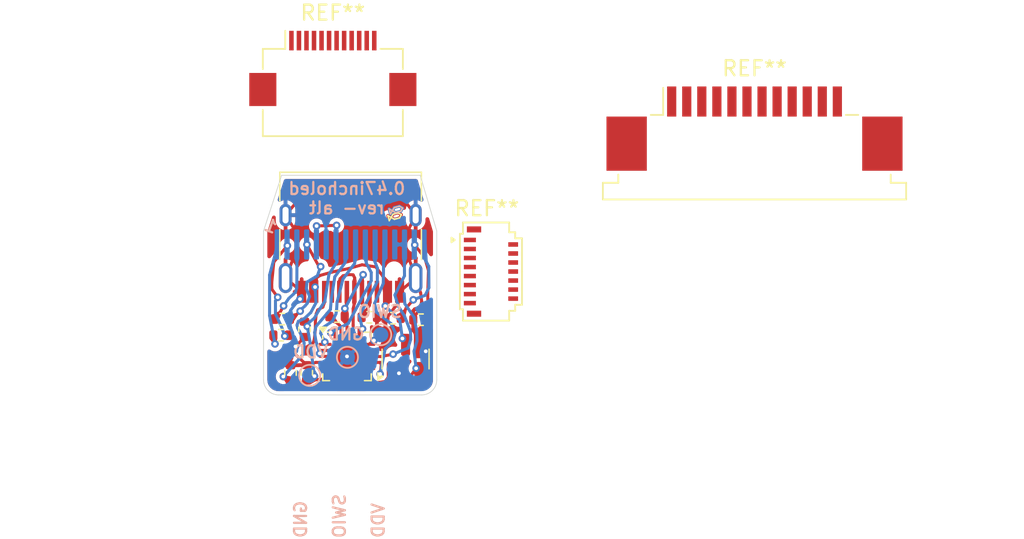
<source format=kicad_pcb>
(kicad_pcb (version 20240108) (generator "pcbnew") (generator_version "8.0")
  (layers (0 "F.Cu" signal) (31 "B.Cu" signal) (34 "B.Paste" user) (35 "F.Paste" user) (36 "B.SilkS" user "B.Silkscreen") (37 "F.SilkS" user "F.Silkscreen") (38 "B.Mask" user) (39 "F.Mask" user) (44 "Edge.Cuts" user))
  (net 0 "")
  (net 1 "VDD")
  (net 2 "GND")
  (net 3 "+5V")
  (net 4 "Net-(U1-VCC)")
  (net 5 "Net-(U1-C2N)")
  (net 6 "Net-(U1-C2P)")
  (net 7 "Net-(U1-C1P)")
  (net 8 "Net-(U1-C1N)")
  (net 9 "Net-(U1-VCOMH)")
  (net 10 "Net-(J2-CC2)")
  (net 11 "D+")
  (net 12 "D-")
  (net 13 "SBU1")
  (net 14 "Net-(J2-CC1)")
  (net 15 "SBU2")
  (net 16 "SWIO")
  (net 17 "DPU")
  (net 18 "SDA")
  (net 19 "CS")
  (net 20 "DC")
  (net 21 "RST")
  (net 22 "BS1")
  (net 23 "SCL")
  (footprint "Resistor_SMD:R_0402_1005Metric" (layer "F.Cu") (at 161.27 93.23 -90)
    (property "Reference" "C1" (hide yes))
    (property "Value" "1u")
    (pad "1" smd roundrect (at -0.51 0 270) (size 0.54 0.64) (layers "F.Cu" "F.Paste" "F.Mask") (net 2 "GND"))
    (pad "2" smd roundrect (at 0.51 0 270) (size 0.54 0.64) (layers "F.Cu" "F.Paste" "F.Mask") (net 1 "VDD"))
  )
  (footprint "Resistor_SMD:R_0402_1005Metric" (layer "F.Cu") (at 160.76 91.76 180)
    (property "Reference" "R4" (hide yes))
    (property "Value" "5.1k")
    (pad "1" smd roundrect (at -0.51 0 180) (size 0.54 0.64) (layers "F.Cu" "F.Paste" "F.Mask") (net 10 "Net-(J2-CC2)"))
    (pad "2" smd roundrect (at 0.51 0 180) (size 0.54 0.64) (layers "F.Cu" "F.Paste" "F.Mask") (net 2 "GND"))
  )
  (footprint "Resistor_SMD:R_0402_1005Metric" (layer "F.Cu") (at 160.19 93.24 -90)
    (property "Reference" "C3" (hide yes))
    (property "Value" "4.7u")
    (pad "1" smd roundrect (at -0.51 0 270) (size 0.54 0.64) (layers "F.Cu" "F.Paste" "F.Mask") (net 2 "GND"))
    (pad "2" smd roundrect (at 0.51 0 270) (size 0.54 0.64) (layers "F.Cu" "F.Paste" "F.Mask") (net 3 "+5V"))
  )
  (footprint "Resistor_SMD:R_0402_1005Metric" (layer "F.Cu") (at 165.42 89.54)
    (property "Reference" "R3" (hide yes))
    (property "Value" "5.1k")
    (pad "1" smd roundrect (at -0.51 0) (size 0.54 0.64) (layers "F.Cu" "F.Paste" "F.Mask") (net 14 "Net-(J2-CC1)"))
    (pad "2" smd roundrect (at 0.51 0) (size 0.54 0.64) (layers "F.Cu" "F.Paste" "F.Mask") (net 2 "GND"))
  )
  (footprint "Resistor_SMD:R_0402_1005Metric" (layer "F.Cu") (at 168.85 89.7 180)
    (property "Reference" "C7" (hide yes))
    (property "Value" "1u")
    (pad "1" smd roundrect (at -0.51 0 180) (size 0.54 0.64) (layers "F.Cu" "F.Paste" "F.Mask") (net 9 "Net-(U1-VCOMH)"))
    (pad "2" smd roundrect (at 0.51 0 180) (size 0.54 0.64) (layers "F.Cu" "F.Paste" "F.Mask") (net 2 "GND"))
  )
  (footprint "Resistor_SMD:R_0402_1005Metric" (layer "F.Cu") (at 159.64 89.66)
    (property "Reference" "C6" (hide yes))
    (property "Value" "1u")
    (pad "1" smd roundrect (at -0.51 0) (size 0.54 0.64) (layers "F.Cu" "F.Paste" "F.Mask") (net 7 "Net-(U1-C1P)"))
    (pad "2" smd roundrect (at 0.51 0) (size 0.54 0.64) (layers "F.Cu" "F.Paste" "F.Mask") (net 8 "Net-(U1-C1N)"))
  )
  (footprint "Resistor_SMD:R_0402_1005Metric" (layer "F.Cu") (at 159.56 90.73 180)
    (property "Reference" "C5" (hide yes))
    (property "Value" "1u")
    (pad "1" smd roundrect (at -0.51 0 180) (size 0.54 0.64) (layers "F.Cu" "F.Paste" "F.Mask") (net 5 "Net-(U1-C2N)"))
    (pad "2" smd roundrect (at 0.51 0 180) (size 0.54 0.64) (layers "F.Cu" "F.Paste" "F.Mask") (net 6 "Net-(U1-C2P)"))
  )
  (footprint "Resistor_SMD:R_0402_1005Metric" (layer "F.Cu") (at 161.12 90.34 90)
    (property "Reference" "C2" (hide yes))
    (property "Value" "1u")
    (pad "1" smd roundrect (at -0.51 0 90) (size 0.54 0.64) (layers "F.Cu" "F.Paste" "F.Mask") (net 2 "GND"))
    (pad "2" smd roundrect (at 0.51 0 90) (size 0.54 0.64) (layers "F.Cu" "F.Paste" "F.Mask") (net 1 "VDD"))
  )
  (footprint "Package_DFN_QFN:QFN-20-1EP_3x3mm_P0.4mm_EP1.65x1.65mm" (layer "F.Cu") (at 163.94 92.14)
    (property "Reference" "U2" (hide yes))
    (property "Value" "CH32V003F4U6")
    (pad "1" smd roundrect (at -1.45 -0.8) (size 0.85 0.2) (layers "F.Cu" "F.Paste" "F.Mask") (net 19 "CS"))
    (pad "2" smd roundrect (at -1.45 -0.4) (size 0.85 0.2) (layers "F.Cu" "F.Paste" "F.Mask") (net 22 "BS1"))
    (pad "3" smd roundrect (at -1.45 0) (size 0.85 0.2) (layers "F.Cu" "F.Paste" "F.Mask") (net 22 "BS1"))
    (pad "4" smd roundrect (at -1.45 0.4) (size 0.85 0.2) (layers "F.Cu" "F.Paste" "F.Mask") (net 2 "GND"))
    (pad "5" smd roundrect (at -1.45 0.8) (size 0.85 0.2) (layers "F.Cu" "F.Paste" "F.Mask"))
    (pad "6" smd roundrect (at -0.8 1.45) (size 0.2 0.85) (layers "F.Cu" "F.Paste" "F.Mask") (net 1 "VDD"))
    (pad "7" smd roundrect (at -0.4 1.45) (size 0.2 0.85) (layers "F.Cu" "F.Paste" "F.Mask"))
    (pad "8" smd roundrect (at 0 1.45) (size 0.2 0.85) (layers "F.Cu" "F.Paste" "F.Mask"))
    (pad "9" smd roundrect (at 0.4 1.45) (size 0.2 0.85) (layers "F.Cu" "F.Paste" "F.Mask"))
    (pad "10" smd roundrect (at 0.8 1.45) (size 0.2 0.85) (layers "F.Cu" "F.Paste" "F.Mask") (net 2 "GND"))
    (pad "11" smd roundrect (at 1.45 0.8) (size 0.85 0.2) (layers "F.Cu" "F.Paste" "F.Mask") (net 2 "GND"))
    (pad "12" smd roundrect (at 1.45 0.4) (size 0.85 0.2) (layers "F.Cu" "F.Paste" "F.Mask") (net 23 "SCL"))
    (pad "13" smd roundrect (at 1.45 0) (size 0.85 0.2) (layers "F.Cu" "F.Paste" "F.Mask") (net 18 "SDA"))
    (pad "14" smd roundrect (at 1.45 -0.4) (size 0.85 0.2) (layers "F.Cu" "F.Paste" "F.Mask"))
    (pad "15" smd roundrect (at 1.45 -0.8) (size 0.85 0.2) (layers "F.Cu" "F.Paste" "F.Mask") (net 16 "SWIO"))
    (pad "16" smd roundrect (at 0.8 -1.45) (size 0.2 0.85) (layers "F.Cu" "F.Paste" "F.Mask") (net 20 "DC"))
    (pad "17" smd roundrect (at 0.4 -1.45) (size 0.2 0.85) (layers "F.Cu" "F.Paste" "F.Mask") (net 11 "D+"))
    (pad "18" smd roundrect (at 0 -1.45) (size 0.2 0.85) (layers "F.Cu" "F.Paste" "F.Mask") (net 12 "D-"))
    (pad "19" smd roundrect (at -0.4 -1.45) (size 0.2 0.85) (layers "F.Cu" "F.Paste" "F.Mask") (net 17 "DPU"))
    (pad "20" smd roundrect (at -0.8 -1.45) (size 0.2 0.85) (layers "F.Cu" "F.Paste" "F.Mask") (net 21 "RST"))
    (pad "21" smd rect (at 0 0) (size 1.65 1.65) (property pad_prop_heatsink) (layers "F.Cu" "F.Mask") (net 2 "GND"))
  )
  (footprint "Package_TO_SOT_SMD:SOT-23" (layer "F.Cu") (at 167.83 92.3125 90)
    (property "Reference" "U3" (hide yes))
    (property "Value" "XC6206P332MR-G")
    (pad "1" smd roundrect (at -0.9375 -0.95 90) (size 1.475 0.6) (layers "F.Cu" "F.Paste" "F.Mask") (net 2 "GND"))
    (pad "2" smd roundrect (at -0.9375 0.95 90) (size 1.475 0.6) (layers "F.Cu" "F.Paste" "F.Mask") (net 1 "VDD"))
    (pad "3" smd roundrect (at 0.9375 0 90) (size 1.475 0.6) (layers "F.Cu" "F.Paste" "F.Mask") (net 3 "+5V"))
  )
  (footprint "Connector_FFC-FPC:Hirose_FH26-15S-0.3SHW_2Rows-15Pins-1MP_P0.60mm_Horizontal" (layer "F.Cu") (at 173.5 86.5)
    (property "Reference" "REF**" (at -0.27 -4.2 0) (layer "F.SilkS"))
    (property "Value" "Hirose_FH26-15S-0.3SHW_2Rows-15Pins-1MP_P0.60mm_Horizontal")
    (pad "1" smd rect (at -1.4 -2.1) (size 0.8 0.3) (layers "F.Cu" "F.Paste" "F.Mask"))
    (pad "2" smd rect (at 1.475 -1.8) (size 0.65 0.3) (layers "F.Cu" "F.Paste" "F.Mask"))
    (pad "3" smd rect (at -1.4 -1.5) (size 0.8 0.3) (layers "F.Cu" "F.Paste" "F.Mask"))
    (pad "4" smd rect (at 1.475 -1.2) (size 0.65 0.3) (layers "F.Cu" "F.Paste" "F.Mask"))
    (pad "5" smd rect (at -1.4 -0.9) (size 0.8 0.3) (layers "F.Cu" "F.Paste" "F.Mask"))
    (pad "6" smd rect (at 1.475 -0.6) (size 0.65 0.3) (layers "F.Cu" "F.Paste" "F.Mask"))
    (pad "7" smd rect (at -1.4 -0.3) (size 0.8 0.3) (layers "F.Cu" "F.Paste" "F.Mask"))
    (pad "8" smd rect (at 1.475 0) (size 0.65 0.3) (layers "F.Cu" "F.Paste" "F.Mask"))
    (pad "9" smd rect (at -1.4 0.3) (size 0.8 0.3) (layers "F.Cu" "F.Paste" "F.Mask"))
    (pad "10" smd rect (at 1.475 0.6) (size 0.65 0.3) (layers "F.Cu" "F.Paste" "F.Mask"))
    (pad "11" smd rect (at -1.4 0.9) (size 0.8 0.3) (layers "F.Cu" "F.Paste" "F.Mask"))
    (pad "12" smd rect (at 1.475 1.2) (size 0.65 0.3) (layers "F.Cu" "F.Paste" "F.Mask"))
    (pad "13" smd rect (at -1.4 1.5) (size 0.8 0.3) (layers "F.Cu" "F.Paste" "F.Mask"))
    (pad "14" smd rect (at 1.475 1.8) (size 0.65 0.3) (layers "F.Cu" "F.Paste" "F.Mask"))
    (pad "15" smd rect (at -1.4 2.1) (size 0.8 0.3) (layers "F.Cu" "F.Paste" "F.Mask"))
    (pad "MP" smd rect (at -1.125 -2.8) (size 0.95 0.4) (layers "F.Cu" "F.Paste" "F.Mask"))
    (pad "MP" smd rect (at -1.125 2.8) (size 0.95 0.4) (layers "F.Cu" "F.Paste" "F.Mask"))
  )
  (footprint "Connector_FFC-FPC:Hirose_FH12-12S-0.5SH_1x12-1MP_P0.50mm_Horizontal" (layer "F.Cu") (at 163 73)
    (property "Reference" "REF**" (at 0 -3.7 0) (layer "F.SilkS"))
    (property "Value" "Hirose_FH12-12S-0.5SH_1x12-1MP_P0.50mm_Horizontal")
    (pad "1" smd rect (at -2.75 -1.85) (size 0.3 1.3) (layers "F.Cu" "F.Paste" "F.Mask"))
    (pad "2" smd rect (at -2.25 -1.85) (size 0.3 1.3) (layers "F.Cu" "F.Paste" "F.Mask"))
    (pad "3" smd rect (at -1.75 -1.85) (size 0.3 1.3) (layers "F.Cu" "F.Paste" "F.Mask"))
    (pad "4" smd rect (at -1.25 -1.85) (size 0.3 1.3) (layers "F.Cu" "F.Paste" "F.Mask"))
    (pad "5" smd rect (at -0.75 -1.85) (size 0.3 1.3) (layers "F.Cu" "F.Paste" "F.Mask"))
    (pad "6" smd rect (at -0.25 -1.85) (size 0.3 1.3) (layers "F.Cu" "F.Paste" "F.Mask"))
    (pad "7" smd rect (at 0.25 -1.85) (size 0.3 1.3) (layers "F.Cu" "F.Paste" "F.Mask"))
    (pad "8" smd rect (at 0.75 -1.85) (size 0.3 1.3) (layers "F.Cu" "F.Paste" "F.Mask"))
    (pad "9" smd rect (at 1.25 -1.85) (size 0.3 1.3) (layers "F.Cu" "F.Paste" "F.Mask"))
    (pad "10" smd rect (at 1.75 -1.85) (size 0.3 1.3) (layers "F.Cu" "F.Paste" "F.Mask"))
    (pad "11" smd rect (at 2.25 -1.85) (size 0.3 1.3) (layers "F.Cu" "F.Paste" "F.Mask"))
    (pad "12" smd rect (at 2.75 -1.85) (size 0.3 1.3) (layers "F.Cu" "F.Paste" "F.Mask"))
    (pad "MP" smd rect (at -4.65 1.4) (size 1.8 2.2) (layers "F.Cu" "F.Paste" "F.Mask"))
    (pad "MP" smd rect (at 4.65 1.4) (size 1.8 2.2) (layers "F.Cu" "F.Paste" "F.Mask"))
  )
  (footprint "Resistor_SMD:R_0402_1005Metric" (layer "F.Cu") (at 163.28 89.49)
    (property "Reference" "R5" (hide yes))
    (property "Value" "1.5k")
    (pad "1" smd roundrect (at -0.51 0) (size 0.54 0.64) (layers "F.Cu" "F.Paste" "F.Mask") (net 17 "DPU"))
    (pad "2" smd roundrect (at 0.51 0) (size 0.54 0.64) (layers "F.Cu" "F.Paste" "F.Mask") (net 12 "D-"))
  )
  (footprint "Connector_FFC-FPC:TE_1-84952-2_1x12-1MP_P1.0mm_Horizontal" (layer "F.Cu") (at 191 77)
    (property "Reference" "REF**" (at 0 -4 0) (layer "F.SilkS"))
    (property "Value" "TE_1-84952-2_1x12-1MP_P1.0mm_Horizontal")
    (pad "1" smd rect (at -5.5 -1.8) (size 0.61 2) (layers "F.Cu" "F.Paste" "F.Mask"))
    (pad "2" smd rect (at -4.5 -1.8) (size 0.61 2) (layers "F.Cu" "F.Paste" "F.Mask"))
    (pad "3" smd rect (at -3.5 -1.8) (size 0.61 2) (layers "F.Cu" "F.Paste" "F.Mask"))
    (pad "4" smd rect (at -2.5 -1.8) (size 0.61 2) (layers "F.Cu" "F.Paste" "F.Mask"))
    (pad "5" smd rect (at -1.5 -1.8) (size 0.61 2) (layers "F.Cu" "F.Paste" "F.Mask"))
    (pad "6" smd rect (at -0.5 -1.8) (size 0.61 2) (layers "F.Cu" "F.Paste" "F.Mask"))
    (pad "7" smd rect (at 0.5 -1.8) (size 0.61 2) (layers "F.Cu" "F.Paste" "F.Mask"))
    (pad "8" smd rect (at 1.5 -1.8) (size 0.61 2) (layers "F.Cu" "F.Paste" "F.Mask"))
    (pad "9" smd rect (at 2.5 -1.8) (size 0.61 2) (layers "F.Cu" "F.Paste" "F.Mask"))
    (pad "10" smd rect (at 3.5 -1.8) (size 0.61 2) (layers "F.Cu" "F.Paste" "F.Mask"))
    (pad "11" smd rect (at 4.5 -1.8) (size 0.61 2) (layers "F.Cu" "F.Paste" "F.Mask"))
    (pad "12" smd rect (at 5.5 -1.8) (size 0.61 2) (layers "F.Cu" "F.Paste" "F.Mask"))
    (pad "MP" smd rect (at -8.49 1) (size 2.68 3.6) (layers "F.Cu" "F.Paste" "F.Mask"))
    (pad "MP" smd rect (at 8.49 1) (size 2.68 3.6) (layers "F.Cu" "F.Paste" "F.Mask"))
  )
  (footprint "Resistor_SMD:R_0402_1005Metric" (layer "F.Cu") (at 167 89.6 180)
    (property "Reference" "C4" (hide yes))
    (property "Value" "1u")
    (pad "1" smd roundrect (at -0.51 0 180) (size 0.54 0.64) (layers "F.Cu" "F.Paste" "F.Mask") (net 4 "Net-(U1-VCC)"))
    (pad "2" smd roundrect (at 0.51 0 180) (size 0.54 0.64) (layers "F.Cu" "F.Paste" "F.Mask") (net 2 "GND"))
  )
  (footprint "Connector_USB:USB_C_Receptacle_HRO_TYPE-C-31-M-12" (layer "F.Cu") (at 164.18 83.8 180)
    (property "Reference" "J2" (hide yes))
    (property "Value" "USB_C_Receptacle_USB2.0")
    (pad "" np_thru_hole circle (at -2.89 -2.6 180) (size 0.65 0.65) (drill 0.65) (layers "*.Cu" "*.Mask"))
    (pad "" np_thru_hole circle (at 2.89 -2.6 180) (size 0.65 0.65) (drill 0.65) (layers "*.Cu" "*.Mask"))
    (pad "A1" smd rect (at -3.25 -4.045 180) (size 0.6 1.45) (layers "F.Cu" "F.Paste" "F.Mask") (net 2 "GND"))
    (pad "A4" smd rect (at -2.45 -4.045 180) (size 0.6 1.45) (layers "F.Cu" "F.Paste" "F.Mask") (net 3 "+5V"))
    (pad "A5" smd rect (at -1.25 -4.045 180) (size 0.3 1.45) (layers "F.Cu" "F.Paste" "F.Mask") (net 14 "Net-(J2-CC1)"))
    (pad "A6" smd rect (at -0.25 -4.045 180) (size 0.3 1.45) (layers "F.Cu" "F.Paste" "F.Mask") (net 11 "D+"))
    (pad "A7" smd rect (at 0.25 -4.045 180) (size 0.3 1.45) (layers "F.Cu" "F.Paste" "F.Mask") (net 12 "D-"))
    (pad "A8" smd rect (at 1.25 -4.045 180) (size 0.3 1.45) (layers "F.Cu" "F.Paste" "F.Mask") (net 13 "SBU1"))
    (pad "A9" smd rect (at 2.45 -4.045 180) (size 0.6 1.45) (layers "F.Cu" "F.Paste" "F.Mask") (net 3 "+5V"))
    (pad "A12" smd rect (at 3.25 -4.045 180) (size 0.6 1.45) (layers "F.Cu" "F.Paste" "F.Mask") (net 2 "GND"))
    (pad "B1" smd rect (at 3.25 -4.045 180) (size 0.6 1.45) (layers "F.Cu" "F.Paste" "F.Mask") (net 2 "GND"))
    (pad "B4" smd rect (at 2.45 -4.045 180) (size 0.6 1.45) (layers "F.Cu" "F.Paste" "F.Mask") (net 3 "+5V"))
    (pad "B5" smd rect (at 1.749999 -4.045 180) (size 0.3 1.45) (layers "F.Cu" "F.Paste" "F.Mask") (net 10 "Net-(J2-CC2)"))
    (pad "B6" smd rect (at 0.75 -4.045 180) (size 0.3 1.45) (layers "F.Cu" "F.Paste" "F.Mask") (net 11 "D+"))
    (pad "B7" smd rect (at -0.75 -4.045 180) (size 0.3 1.45) (layers "F.Cu" "F.Paste" "F.Mask") (net 12 "D-"))
    (pad "B8" smd rect (at -1.749999 -4.045 180) (size 0.3 1.45) (layers "F.Cu" "F.Paste" "F.Mask") (net 15 "SBU2"))
    (pad "B9" smd rect (at -2.45 -4.045 180) (size 0.6 1.45) (layers "F.Cu" "F.Paste" "F.Mask") (net 3 "+5V"))
    (pad "B12" smd rect (at -3.25 -4.045 180) (size 0.6 1.45) (layers "F.Cu" "F.Paste" "F.Mask") (net 2 "GND"))
    (pad "S1" thru_hole oval (at -4.32 -3.130001 180) (size 0.9 2) (drill oval 0.5 1.6) (layers "*.Cu" "*.Mask") (net 2 "GND"))
    (pad "S1" thru_hole oval (at -4.32 1.05 180) (size 0.8 1.5) (drill oval 0.4 1.1) (layers "*.Cu" "*.Mask") (net 2 "GND"))
    (pad "S1" thru_hole oval (at 4.32 -3.130001 180) (size 0.9 2) (drill oval 0.5 1.6) (layers "*.Cu" "*.Mask") (net 2 "GND"))
    (pad "S1" thru_hole oval (at 4.32 1.05 180) (size 0.8 1.5) (drill oval 0.4 1.1) (layers "*.Cu" "*.Mask") (net 2 "GND"))
  )
  (footprint "cnhardware:P0.65mm_16_pin_OLED_FLEX_CONTACT" (layer "B.Cu") (at 169.06 88.6 -90)
    (property "Reference" "U1" (hide yes))
    (property "Value" "~")
    (pad "1" smd roundrect (at -3.9 9.75 270) (size 2 0.35) (layers "B.Cu" "B.Paste" "B.Mask") (net 6 "Net-(U1-C2P)"))
    (pad "2" smd roundrect (at -3.9 9.1 270) (size 2 0.35) (layers "B.Cu" "B.Paste" "B.Mask") (net 5 "Net-(U1-C2N)"))
    (pad "3" smd roundrect (at -3.9 8.45 270) (size 2 0.35) (layers "B.Cu" "B.Paste" "B.Mask") (net 7 "Net-(U1-C1P)"))
    (pad "4" smd roundrect (at -3.9 7.8 270) (size 2 0.35) (layers "B.Cu" "B.Paste" "B.Mask") (net 8 "Net-(U1-C1N)"))
    (pad "5" smd roundrect (at -3.9 7.15 270) (size 2 0.35) (layers "B.Cu" "B.Paste" "B.Mask") (net 1 "VDD"))
    (pad "6" smd roundrect (at -3.9 6.5 270) (size 2 0.35) (layers "B.Cu" "B.Paste" "B.Mask") (net 2 "GND"))
    (pad "7" smd roundrect (at -3.9 5.85 270) (size 2 0.35) (layers "B.Cu" "B.Paste" "B.Mask") (net 1 "VDD"))
    (pad "8" smd roundrect (at -3.9 5.2 270) (size 2 0.35) (layers "B.Cu" "B.Paste" "B.Mask") (net 22 "BS1"))
    (pad "9" smd roundrect (at -3.9 4.55 270) (size 2 0.35) (layers "B.Cu" "B.Paste" "B.Mask") (net 19 "CS"))
    (pad "10" smd roundrect (at -3.9 3.9 270) (size 2 0.35) (layers "B.Cu" "B.Paste" "B.Mask") (net 21 "RST"))
    (pad "11" smd roundrect (at -3.9 3.25 270) (size 2 0.35) (layers "B.Cu" "B.Paste" "B.Mask") (net 20 "DC"))
    (pad "12" smd roundrect (at -3.9 2.6 270) (size 2 0.35) (layers "B.Cu" "B.Paste" "B.Mask") (net 23 "SCL"))
    (pad "13" smd roundrect (at -3.9 1.95 270) (size 2 0.35) (layers "B.Cu" "B.Paste" "B.Mask") (net 18 "SDA"))
    (pad "14" smd roundrect (at -3.9 1.3 270) (size 2 0.35) (layers "B.Cu" "B.Paste" "B.Mask") (net 18 "SDA"))
    (pad "15" smd roundrect (at -3.9 0.65 270) (size 2 0.35) (layers "B.Cu" "B.Paste" "B.Mask") (net 9 "Net-(U1-VCOMH)"))
    (pad "16" smd roundrect (at -3.9 0 270) (size 2 0.35) (layers "B.Cu" "B.Paste" "B.Mask") (net 4 "Net-(U1-VCC)"))
  )
  (footprint "TestPoint:TestPoint_Pad_D1.0mm" (layer "B.Cu") (at 161.46 93.4 180)
    (property "Reference" "TP3" (hide yes))
    (property "Value" "VDD" (at -0.05 1.56 180) (layer "B.SilkS") (effects (font (size 0.8 0.8)) (justify mirror)))
    (pad "1" smd circle (at 0 0 180) (size 1 1) (layers "B.Cu" "B.Mask") (net 1 "VDD"))
  )
  (footprint "TestPoint:TestPoint_Pad_D1.0mm" (layer "B.Cu") (at 166.18 90.7 180)
    (property "Reference" "TP2" (hide yes))
    (property "Value" "SWIO" (at 0.05 1.54 0) (layer "B.SilkS") (effects (font (size 0.8 0.8)) (justify mirror)))
    (pad "1" smd circle (at 0 0 180) (size 1 1) (layers "B.Cu" "B.Mask") (net 16 "SWIO"))
  )
  (footprint "TestPoint:TestPoint_Pad_D1.0mm" (layer "B.Cu") (at 163.97 92.2 180)
    (property "Reference" "TP1" (hide yes))
    (property "Value" "GND" (at 0.1 1.55 180) (layer "B.SilkS") (effects (font (size 0.8 0.8)) (justify mirror)))
    (pad "1" smd circle (at 0 0 180) (size 1 1) (layers "B.Cu" "B.Mask") (net 2 "GND"))
  )
  (gr_line (start 167.510753 82.494246) (end 167.169247 82.585753) (stroke (width 0.1)) (layer "B.SilkS"))
  (gr_line (start 167.169247 82.585753) (end 166.736232 82.335753) (stroke (width 0.1)) (layer "B.SilkS"))
  (gr_line (start 167.07774 82.244246) (end 167.419247 82.15274) (stroke (width 0.1)) (layer "B.SilkS"))
  (gr_line (start 167.419247 82.15274) (end 167.635753 82.27774) (stroke (width 0.1)) (layer "B.SilkS"))
  (gr_line (start 166.82774 82.677259) (end 167.07774 82.244246) (stroke (width 0.1)) (layer "B.SilkS"))
  (gr_line (start 167.635753 82.27774) (end 167.510753 82.494246) (stroke (width 0.1)) (layer "B.SilkS"))
  (gr_line (start 166.736232 82.335753) (end 166.82774 82.677259) (stroke (width 0.1)) (layer "B.SilkS"))
  (gr_line (start 167.428157 82.937307) (end 167.553157 82.720801) (stroke (width 0.1)) (layer "F.SilkS"))
  (gr_line (start 166.745143 83.120319) (end 166.653637 82.778814) (stroke (width 0.1)) (layer "F.SilkS"))
  (gr_line (start 166.995144 82.687307) (end 166.745143 83.120319) (stroke (width 0.1)) (layer "F.SilkS"))
  (gr_line (start 166.653637 82.778814) (end 167.08665 83.028814) (stroke (width 0.1)) (layer "F.SilkS"))
  (gr_line (start 167.08665 83.028814) (end 167.428157 82.937307) (stroke (width 0.1)) (layer "F.SilkS"))
  (gr_line (start 167.553157 82.720801) (end 167.33665 82.595801) (stroke (width 0.1)) (layer "F.SilkS"))
  (gr_line (start 167.33665 82.595801) (end 166.995144 82.687307) (stroke (width 0.1)) (layer "F.SilkS"))
  (gr_arc (start 169.9 93.7) (mid 169.607107 94.407107) (end 168.9 94.7) (stroke (width 0.05)) (layer "Edge.Cuts"))
  (gr_arc (start 159.4 94.7) (mid 158.692893 94.407107) (end 158.4 93.7) (stroke (width 0.05)) (layer "Edge.Cuts"))
  (gr_line (start 159.6 80.1) (end 158.4 83.8) (stroke (width 0.05)) (layer "Edge.Cuts"))
  (gr_line (start 168.8 80.1) (end 159.6 80.1) (stroke (width 0.05)) (layer "Edge.Cuts"))
  (gr_line (start 158.4 83.8) (end 158.4 93.7) (stroke (width 0.05)) (layer "Edge.Cuts"))
  (gr_line (start 168.9 94.7) (end 159.4 94.7) (stroke (width 0.05)) (layer "Edge.Cuts"))
  (gr_line (start 169.9 83.8) (end 168.8 80.1) (stroke (width 0.05)) (layer "Edge.Cuts"))
  (gr_line (start 169.9 83.8) (end 169.9 93.7) (stroke (width 0.05)) (layer "Edge.Cuts"))
  (gr_text "GND\n\nSWIO\n\nVDD" (at 166.48 104.29 90) (layer "B.SilkS") (effects (font (size 0.8 0.8) (thickness 0.15) (bold yes)) (justify right bottom mirror)))
  (gr_text "0.47incholed\nrev- alt" (at 163.93 82.74 0) (layer "B.SilkS") (effects (font (size 0.8 0.8) (thickness 0.15) (bold yes)) (justify bottom mirror)))
  (gr_text "1" (at 159.17 84.08 340) (layer "B.SilkS") (effects (font (size 0.8 0.8) (thickness 0.15) (bold yes)) (justify left bottom mirror)))
  (segment (start 166.995144 82.687307) (end 167.33665 82.595801) (width 0.2) (layer "F.Cu") (net 0))
  (segment (start 167.553157 82.720801) (end 167.33665 82.595801) (width 0.2) (layer "F.Cu") (net 0))
  (segment (start 166.653637 82.778814) (end 166.745143 83.120319) (width 0.2) (layer "F.Cu") (net 0))
  (segment (start 167.08665 83.028814) (end 166.653637 82.778814) (width 0.2) (layer "F.Cu") (net 0))
  (segment (start 167.553157 82.720801) (end 167.428157 82.937307) (width 0.2) (layer "F.Cu") (net 0))
  (segment (start 167.428157 82.937307) (end 167.08665 83.028814) (width 0.2) (layer "F.Cu") (net 0))
  (segment (start 166.745143 83.120319) (end 166.995144 82.687307) (width 0.2) (layer "F.Cu") (net 0))
  (segment (start 166.736232 82.335753) (end 167.169247 82.585753) (width 0.2) (layer "B.Cu") (net 0))
  (segment (start 167.635753 82.27774) (end 167.510753 82.494246) (width 0.2) (layer "B.Cu") (net 0))
  (segment (start 167.419247 82.15274) (end 167.07774 82.244246) (width 0.2) (layer "B.Cu") (net 0))
  (segment (start 167.169247 82.585753) (end 167.510753 82.494246) (width 0.2) (layer "B.Cu") (net 0))
  (segment (start 166.82774 82.677259) (end 166.736232 82.335753) (width 0.2) (layer "B.Cu") (net 0))
  (segment (start 167.635753 82.27774) (end 167.419247 82.15274) (width 0.2) (layer "B.Cu") (net 0))
  (segment (start 167.07774 82.244246) (end 166.82774 82.677259) (width 0.2) (layer "B.Cu") (net 0))
  (segment (start 167.67 94.15) (end 167.27 94.25) (width 0.2) (layer "F.Cu") (net 1))
  (segment (start 167.27 94.25) (end 166.95 94.3) (width 0.2) (layer "F.Cu") (net 1))
  (segment (start 165.2 94.35) (end 163.3 94.35) (width 0.2) (layer "F.Cu") (net 1))
  (segment (start 163.3 94.35) (end 163.15 94.15) (width 0.2) (layer "F.Cu") (net 1))
  (segment (start 161.27 93.74) (end 161.88 93.69107) (width 0.2) (layer "F.Cu") (net 1))
  (segment (start 168.53 92.93) (end 167.67 94.15) (width 0.2) (layer "F.Cu") (net 1))
  (segment (start 163.15 94.15) (end 163.14 93.59) (width 0.2) (layer "F.Cu") (net 1))
  (segment (start 161.78 93.45) (end 161.88 93.69107) (width 0.2) (layer "F.Cu") (net 1))
  (segment (start 161.88 93.69107) (end 163.14 93.59) (width 0.2) (layer "F.Cu") (net 1))
  (segment (start 166.95 94.3) (end 165.2 94.35) (width 0.2) (layer "F.Cu") (net 1))
  (segment (start 161.29 89.67) (end 161.3 90.14) (width 0.2) (layer "F.Cu") (net 1))
  (segment (start 168.78 93.25) (end 168.53 92.93) (width 0.2) (layer "F.Cu") (net 1))
  (segment (start 161.92 83.47) (end 163.25 83.43) (width 0.2) (layer "F.Cu") (net 1))
  (via (at 163.25 83.43) (size 0.5) (drill 0.25) (layers "F.Cu" "B.Cu") (net 1))
  (via (at 161.3 90.14) (size 0.5) (drill 0.25) (layers "F.Cu" "B.Cu") (net 1))
  (via (at 161.78 93.45) (size 0.5) (drill 0.25) (layers "F.Cu" "B.Cu") (net 1))
  (via (at 161.92 83.47) (size 0.5) (drill 0.25) (layers "F.Cu" "B.Cu") (net 1))
  (via (at 168.53 92.93) (size 0.5) (drill 0.25) (layers "F.Cu" "B.Cu") (net 1))
  (segment (start 162.74 86.69) (end 163.28 85.84) (width 0.2) (layer "B.Cu") (net 1))
  (segment (start 161.88 83.85) (end 161.92 83.47) (width 0.2) (layer "B.Cu") (net 1))
  (segment (start 162.47 88.47) (end 162.74 86.69) (width 0.2) (layer "B.Cu") (net 1))
  (segment (start 168.57 90.46) (end 168.59 91.12) (width 0.2) (layer "B.Cu") (net 1))
  (segment (start 163.28 85.84) (end 163.21 84.7) (width 0.2) (layer "B.Cu") (net 1))
  (segment (start 168.57 90.46) (end 168.4 89.54) (width 0.2) (layer "B.Cu") (net 1))
  (segment (start 161.77 89.6) (end 161.43 89.88) (width 0.2) (layer "B.Cu") (net 1))
  (segment (start 168.59 91.12) (end 168.39 91.8) (width 0.2) (layer "B.Cu") (net 1))
  (segment (start 161.43 89.88) (end 161.3 90.14) (width 0.2) (layer "B.Cu") (net 1))
  (segment (start 162.04 89.13) (end 161.77 89.6) (width 0.2) (layer "B.Cu") (net 1))
  (segment (start 167.78 88.64) (end 167.74 87.97) (width 0.2) (layer "B.Cu") (net 1))
  (segment (start 161.91 84.7) (end 161.88 83.85) (width 0.2) (layer "B.Cu") (net 1))
  (segment (start 162.47 88.47) (end 162.04 89.13) (width 0.2) (layer "B.Cu") (net 1))
  (segment (start 161.47 91.1) (end 161.78 93.45) (width 0.2) (layer "B.Cu") (net 1))
  (segment (start 168.39 91.8) (end 168.53 92.93) (width 0.2) (layer "B.Cu") (net 1))
  (segment (start 161.3 90.14) (end 161.47 91.1) (width 0.2) (layer "B.Cu") (net 1))
  (segment (start 163.25 83.43) (end 163.21 84.7) (width 0.2) (layer "B.Cu") (net 1))
  (segment (start 168.4 89.54) (end 167.78 88.64) (width 0.2) (layer "B.Cu") (net 1))
  (segment (start 167.33 88.66) (end 167.43 87.845) (width 0.2) (layer "F.Cu") (net 2))
  (segment (start 168.5 86.930001) (end 168.02 85.54) (width 0.2) (layer "F.Cu") (net 2))
  (segment (start 164.74 93.59) (end 164.75 92.94) (width 0.2) (layer "F.Cu") (net 2))
  (segment (start 161.29 90.69) (end 160.52109 91.48109) (width 0.2) (layer "F.Cu") (net 2))
  (segment (start 159.86 86.930001) (end 160.46 85.41) (width 0.2) (layer "F.Cu") (net 2))
  (segment (start 167.83 84.1) (end 168.5 82.75) (width 0.2) (layer "F.Cu") (net 2))
  (segment (start 160.46 85.41) (end 160.63 84.53) (width 0.2) (layer "F.Cu") (net 2))
  (segment (start 160.19 92.73) (end 160.25 91.76) (width 0.2) (layer "F.Cu") (net 2))
  (segment (start 165.9 93.89) (end 166.47 93.81) (width 0.2) (layer "F.Cu") (net 2))
  (segment (start 160.81 81.62) (end 163.86 81.1) (width 0.2) (layer "F.Cu") (net 2))
  (segment (start 168.32 89.6) (end 168.76 89.05) (width 0.2) (layer "F.Cu") (net 2))
  (segment (start 160.63 84.53) (end 160.38 83.57) (width 0.2) (layer "F.Cu") (net 2))
  (segment (start 164.74 93.59) (end 165.5 93.75) (width 0.2) (layer "F.Cu") (net 2))
  (segment (start 167.43 87.845) (end 168.5 86.930001) (width 0.2) (layer "F.Cu") (net 2))
  (segment (start 163.94 92.14) (end 163.33 92.54) (width 0.2) (layer "F.Cu") (net 2))
  (segment (start 167.74 84.67) (end 167.83 84.1) (width 0.2) (layer "F.Cu") (net 2))
  (segment (start 160.38 83.57) (end 159.86 82.75) (width 0.2) (layer "F.Cu") (net 2))
  (segment (start 161.87 92.54) (end 161.27 92.72) (width 0.2) (layer "F.Cu") (net 2))
  (segment (start 160.25 91.76) (end 161.27 92.72) (width 0.2) (layer "F.Cu") (net 2))
  (segment (start 164.53 92.71) (end 164.75 92.94) (width 0.2) (layer "F.Cu") (net 2))
  (segment (start 167.44 81.38) (end 168.5 82.75) (width 0.2) (layer "F.Cu") (net 2))
  (segment (start 167.08 88.91) (end 167.33 88.66) (width 0.2) (layer "F.Cu") (net 2))
  (segment (start 167.39 93.26) (end 166.88 93.25) (width 0.2) (layer "F.Cu") (net 2))
  (segment (start 166.47 93.81) (end 166.88 93.25) (width 0.2) (layer "F.Cu") (net 2))
  (segment (start 166.55 89.64) (end 167.08 88.91) (width 0.2) (layer "F.Cu") (net 2))
  (segment (start 160.93 87.845) (end 160.82 88.33) (width 0.2) (layer "F.Cu") (net 2))
  (segment (start 163.86 81.1) (end 166.26 81.31) (width 0.2) (layer "F.Cu") (net 2))
  (segment (start 166.26 81.31) (end 167.44 81.38) (width 0.2) (layer "F.Cu") (net 2))
  (segment (start 168.83 87.92) (end 168.5 86.930001) (width 0.2) (layer "F.Cu") (net 2))
  (segment (start 168.9 88.49) (end 168.83 87.92) (width 0.2) (layer "F.Cu") (net 2))
  (segment (start 168.02 85.54) (end 167.74 84.67) (width 0.2) (layer "F.Cu") (net 2))
  (segment (start 168.76 89.05) (end 168.9 88.49) (width 0.2) (layer "F.Cu") (net 2))
  (segment (start 163.33 92.54) (end 162.49 92.54) (width 0.2) (layer "F.Cu") (net 2))
  (segment (start 165.5 93.75) (end 165.9 93.89) (width 0.2) (layer "F.Cu") (net 2))
  (segment (start 165.39 92.94) (end 164.75 92.94) (width 0.2) (layer "F.Cu") (net 2))
  (segment (start 162.49 92.54) (end 161.87 92.54) (width 0.2) (layer "F.Cu") (net 2))
  (segment (start 159.86 82.75) (end 160.81 81.62) (width 0.2) (layer "F.Cu") (net 2))
  (segment (start 160.52109 91.48109) (end 160.25 91.76) (width 0.2) (layer "F.Cu") (net 2))
  (segment (start 166 89.54) (end 166.55 89.64) (width 0.2) (layer "F.Cu") (net 2))
  (segment (start 166.55 89.64) (end 165.94 89.54) (width 0.2) (layer "F.Cu") (net 2))
  (segment (start 160.93 87.845) (end 159.86 86.930001) (width 0.2) (layer "F.Cu") (net 2))
  (segment (start 163.94 92.14) (end 164.53 92.71) (width 0.2) (layer "F.Cu") (net 2))
  (via (at 167.39 93.26) (size 0.5) (drill 0.25) (layers "F.Cu" "B.Cu") (net 2))
  (via (at 160.82 88.33) (size 0.5) (drill 0.25) (layers "F.Cu" "B.Cu") (net 2))
  (via (at 160.52109 91.48109) (size 0.5) (drill 0.25) (layers "F.Cu" "B.Cu") (net 2))
  (via (at 169.17 91.8) (size 0.5) (drill 0.25) (layers "F.Cu" "B.Cu") (net 2))
  (via (at 163.94 92.14) (size 0.5) (drill 0.25) (layers "F.Cu" "B.Cu") (net 2))
  (segment (start 162.55 83.6) (end 162.34 83.01) (width 0.2) (layer "B.Cu") (net 2))
  (segment (start 160.17 90.18) (end 160.32 90.55) (width 0.2) (layer "B.Cu") (net 2))
  (segment (start 163.97 92.2) (end 164.84 93.45) (width 0.2) (layer "B.Cu") (net 2))
  (segment (start 169.34 93.54) (end 169.17 91.8) (width 0.2) (layer "B.Cu") (net 2))
  (segment (start 162.56 84.7) (end 162.55 83.6) (width 0.2) (layer "B.Cu") (net 2))
  (segment (start 168.18 94.12) (end 169.34 93.54) (width 0.2) (layer "B.Cu") (net 2))
  (segment (start 164.84 93.45) (end 166.15 94.19) (width 0.2) (layer "B.Cu") (net 2))
  (segment (start 160.2 89.07) (end 160.03 89.48) (width 0.2) (layer "B.Cu") (net 2))
  (segment (start 167.25 94.152069) (end 168.18 94.12) (width 0.2) (layer "B.Cu") (net 2))
  (segment (start 160.32 90.55) (end 160.52109 91.48109) (width 0.2) (layer "B.Cu") (net 2))
  (segment (start 167.25 94.152069) (end 167.39 93.26) (width 0.2) (layer "B.Cu") (net 2))
  (segment (start 162.34 83.01) (end 161.81 82.71) (width 0.2) (layer "B.Cu") (net 2))
  (segment (start 160.82 88.33) (end 160.46 88.72) (width 0.2) (layer "B.Cu") (net 2))
  (segment (start 166.15 94.19) (end 167.25 94.152069) (width 0.2) (layer "B.Cu") (net 2))
  (segment (start 163.97 92.2) (end 163.94 92.14) (width 0.2) (layer "B.Cu") (net 2))
  (segment (start 161.81 82.71) (end 159.86 82.75) (width 0.2) (layer "B.Cu") (net 2))
  (segment (start 160.03 89.48) (end 160.17 90.18) (width 0.2) (layer "B.Cu") (net 2))
  (segment (start 160.46 88.72) (end 160.2 89.07) (width 0.2) (layer "B.Cu") (net 2))
  (segment (start 166.63 87.845) (end 166.48 88.79) (width 0.2) (layer "F.Cu") (net 3))
  (segment (start 161.8 86.99) (end 161.73 87.845) (width 0.2) (layer "F.Cu") (net 3))
  (segment (start 167.83 91.375) (end 167.62 90.95) (width 0.2) (layer "F.Cu") (net 3))
  (segment (start 164.01 86.31) (end 162.96 86.53) (width 0.2) (layer "F.Cu") (net 3))
  (segment (start 164.94 86.05) (end 164.01 86.31) (width 0.2) (layer "F.Cu") (net 3))
  (segment (start 160.19 93.75) (end 159.71 93.48) (width 0.2) (layer "F.Cu") (net 3))
  (segment (start 166.3 86.78) (end 165.85 86.19) (width 0.2) (layer "F.Cu") (net 3))
  (segment (start 161.73 87.845) (end 161.82 87.53) (width 0.2) (layer "F.Cu") (net 3))
  (segment (start 166.63 87.845) (end 166.48 87.09) (width 0.2) (layer "F.Cu") (net 3))
  (segment (start 162.96 86.53) (end 162.15 86.76) (width 0.2) (layer "F.Cu") (net 3))
  (segment (start 162.15 86.76) (end 161.8 86.99) (width 0.2) (layer "F.Cu") (net 3))
  (segment (start 166.48 87.09) (end 166.3 86.78) (width 0.2) (layer "F.Cu") (net 3))
  (segment (start 165.85 86.19) (end 164.94 86.05) (width 0.2) (layer "F.Cu") (net 3))
  (via (at 166.48 88.79) (size 0.5) (drill 0.25) (layers "F.Cu" "B.Cu") (net 3))
  (via (at 167.62 90.95) (size 0.5) (drill 0.25) (layers "F.Cu" "B.Cu") (net 3))
  (via (at 159.71 93.48) (size 0.5) (drill 0.25) (layers "F.Cu" "B.Cu") (net 3))
  (via (at 161.82 87.53) (size 0.5) (drill 0.25) (layers "F.Cu" "B.Cu") (net 3))
  (segment (start 161.53 89.23) (end 161.88 88.58) (width 0.2) (layer "B.Cu") (net 3))
  (segment (start 160.62 90.06) (end 160.71 89.81) (width 0.2) (layer "B.Cu") (net 3))
  (segment (start 167.62 90.95) (end 167.45 89.75) (width 0.2) (layer "B.Cu") (net 3))
  (segment (start 159.71 93.48) (end 161.04 91.99) (width 0.2) (layer "B.Cu") (net 3))
  (segment (start 161.1 89.63) (end 161.53 89.23) (width 0.2) (layer "B.Cu") (net 3))
  (segment (start 160.96 90.87) (end 160.82 90.55) (width 0.2) (layer "B.Cu") (net 3))
  (segment (start 160.71 89.81) (end 161.1 89.63) (width 0.2) (layer "B.Cu") (net 3))
  (segment (start 167.45 89.75) (end 166.48 88.79) (width 0.2) (layer "B.Cu") (net 3))
  (segment (start 160.67 90.27) (end 160.62 90.06) (width 0.2) (layer "B.Cu") (net 3))
  (segment (start 161.04 91.99) (end 161.095858 91.245823) (width 0.2) (layer "B.Cu") (net 3))
  (segment (start 160.82 90.55) (end 160.67 90.27) (width 0.2) (layer "B.Cu") (net 3))
  (segment (start 161.88 88.58) (end 161.82 87.53) (width 0.2) (layer "B.Cu") (net 3))
  (segment (start 161.095858 91.245823) (end 160.96 90.87) (width 0.2) (layer "B.Cu") (net 3))
  (segment (start 168.34 88.38) (end 167.86 88.93) (width 0.2) (layer "F.Cu") (net 4))
  (segment (start 167.86 88.93) (end 167.57 89.64) (width 0.2) (layer "F.Cu") (net 4))
  (via (at 168.34 88.38) (size 0.5) (drill 0.25) (layers "F.Cu" "B.Cu") (net 4))
  (segment (start 169.13 88.08) (end 169.38 87.57) (width 0.2) (layer "B.Cu") (net 4))
  (segment (start 168.34 88.38) (end 169.13 88.08) (width 0.2) (layer "B.Cu") (net 4))
  (segment (start 169.38 87.57) (end 169.37 86.16) (width 0.2) (layer "B.Cu") (net 4))
  (segment (start 169.15 85.74) (end 169.06 84.7) (width 0.2) (layer "B.Cu") (net 4))
  (segment (start 169.37 86.16) (end 169.15 85.74) (width 0.2) (layer "B.Cu") (net 4))
  (segment (start 159.34 88.21) (end 158.95 87.67) (width 0.2) (layer "F.Cu") (net 5))
  (segment (start 158.95 87.67) (end 158.94 87.27) (width 0.2) (layer "F.Cu") (net 5))
  (segment (start 160.07 90.73) (end 159.81 90.79) (width 0.2) (layer "F.Cu") (net 5))
  (segment (start 158.94 87.27) (end 159.08 85.87) (width 0.2) (layer "F.Cu") (net 5))
  (segment (start 159.08 85.87) (end 159.98 84.78) (width 0.2) (layer "F.Cu") (net 5))
  (via (at 159.98 84.78) (size 0.5) (drill 0.25) (layers "F.Cu" "B.Cu") (net 5))
  (via (at 159.34 88.21) (size 0.5) (drill 0.25) (layers "F.Cu" "B.Cu") (net 5))
  (via (at 159.81 90.79) (size 0.5) (drill 0.25) (layers "F.Cu" "B.Cu") (net 5))
  (segment (start 159.19 88.44) (end 159.34 88.21) (width 0.2) (layer "B.Cu") (net 5))
  (segment (start 159.6 90.19) (end 159.19 89.32) (width 0.2) (layer "B.Cu") (net 5))
  (segment (start 159.19 89.32) (end 159.19 88.44) (width 0.2) (layer "B.Cu") (net 5))
  (segment (start 159.81 90.79) (end 159.6 90.19) (width 0.2) (layer "B.Cu") (net 5))
  (segment (start 159.96 84.7) (end 159.98 84.78) (width 0.2) (layer "B.Cu") (net 5))
  (segment (start 159.16 91.31) (end 159.05 90.73) (width 0.2) (layer "F.Cu") (net 6))
  (via (at 159.16 91.31) (size 0.5) (drill 0.25) (layers "F.Cu" "B.Cu") (net 6))
  (segment (start 158.8 89.43) (end 158.8 86.73) (width 0.2) (layer "B.Cu") (net 6))
  (segment (start 159.12 85.54) (end 159.31 84.7) (width 0.2) (layer "B.Cu") (net 6))
  (segment (start 158.89 86.39) (end 159.12 85.54) (width 0.2) (layer "B.Cu") (net 6))
  (segment (start 158.8 86.73) (end 158.89 86.39) (width 0.2) (layer "B.Cu") (net 6))
  (segment (start 159.16 91.31) (end 158.8 89.43) (width 0.2) (layer "B.Cu") (net 6))
  (segment (start 159.73 88.78) (end 159.25 89.66) (width 0.2) (layer "F.Cu") (net 7))
  (via (at 159.73 88.78) (size 0.5) (drill 0.25) (layers "F.Cu" "B.Cu") (net 7))
  (segment (start 160.6 87.6) (end 160.61 87.23) (width 0.2) (layer "B.Cu") (net 7))
  (segment (start 160.373259 88.01326) (end 160.518259 87.86826) (width 0.2) (layer "B.Cu") (net 7))
  (segment (start 160.615 86.15) (end 160.61 84.7) (width 0.2) (layer "B.Cu") (net 7))
  (segment (start 159.73 88.78) (end 160.08 88.28) (width 0.2) (layer "B.Cu") (net 7))
  (segment (start 160.61 87.23) (end 160.615 86.15) (width 0.2) (layer "B.Cu") (net 7))
  (segment (start 160.08 88.28) (end 160.373259 88.01326) (width 0.2) (layer "B.Cu") (net 7))
  (segment (start 160.518259 87.86826) (end 160.6 87.6) (width 0.2) (layer "B.Cu") (net 7))
  (segment (start 161.28 84.71) (end 162.05 86.11) (width 0.2) (layer "F.Cu") (net 8))
  (segment (start 160.27 89.66) (end 160.83 89.13) (width 0.2) (layer "F.Cu") (net 8))
  (segment (start 162.05 86.11) (end 162.19 86.17) (width 0.2) (layer "F.Cu") (net 8))
  (via (at 162.19 86.17) (size 0.5) (drill 0.25) (layers "F.Cu" "B.Cu") (net 8))
  (via (at 161.28 84.71) (size 0.5) (drill 0.25) (layers "F.Cu" "B.Cu") (net 8))
  (via (at 160.83 89.13) (size 0.5) (drill 0.25) (layers "F.Cu" "B.Cu") (net 8))
  (segment (start 161.24 87.64) (end 161.28 87.2) (width 0.2) (layer "B.Cu") (net 8))
  (segment (start 161.15 88.79) (end 161.3 88.61) (width 0.2) (layer "B.Cu") (net 8))
  (segment (start 161.28 87.2) (end 161.973727 86.78) (width 0.2) (layer "B.Cu") (net 8))
  (segment (start 161.3 88.61) (end 161.46 88.16) (width 0.2) (layer "B.Cu") (net 8))
  (segment (start 160.83 89.13) (end 160.978162 88.938162) (width 0.2) (layer "B.Cu") (net 8))
  (segment (start 161.26 84.7) (end 161.28 84.71) (width 0.2) (layer "B.Cu") (net 8))
  (segment (start 160.978162 88.938162) (end 161.15 88.79) (width 0.2) (layer "B.Cu") (net 8))
  (segment (start 161.973727 86.78) (end 162.19 86.17) (width 0.2) (layer "B.Cu") (net 8))
  (segment (start 161.46 88.16) (end 161.24 87.64) (width 0.2) (layer "B.Cu") (net 8))
  (segment (start 168.44 84.73) (end 169.11 85.6) (width 0.2) (layer "F.Cu") (net 9))
  (segment (start 169.3 88) (end 169.34 89.6) (width 0.2) (layer "F.Cu") (net 9))
  (segment (start 169.11 85.6) (end 169.35 86.43) (width 0.2) (layer "F.Cu") (net 9))
  (segment (start 169.35 86.43) (end 169.3 88) (width 0.2) (layer "F.Cu") (net 9))
  (via (at 168.44 84.73) (size 0.5) (drill 0.25) (layers "F.Cu" "B.Cu") (net 9))
  (segment (start 168.41 84.7) (end 168.44 84.73) (width 0.2) (layer "B.Cu") (net 9))
  (segment (start 162 89.05) (end 162.34 88.86) (width 0.2) (layer "F.Cu") (net 10))
  (segment (start 162.34 88.86) (end 162.44 88.54) (width 0.2) (layer "F.Cu") (net 10))
  (segment (start 161.9 89.3) (end 161.84 89.85) (width 0.2) (layer "F.Cu") (net 10))
  (segment (start 162 89.05) (end 161.9 89.3) (width 0.2) (layer "F.Cu") (net 10))
  (segment (start 162.44 88.54) (end 162.430001 87.845) (width 0.2) (layer "F.Cu") (net 10))
  (segment (start 161.51 91.42) (end 161.69 91.24) (width 0.2) (layer "F.Cu") (net 10))
  (segment (start 161.27 91.76) (end 161.51 91.42) (width 0.2) (layer "F.Cu") (net 10))
  (segment (start 161.77 91.01) (end 161.84 90.34) (width 0.2) (layer "F.Cu") (net 10))
  (segment (start 161.69 91.24) (end 161.77 91.01) (width 0.2) (layer "F.Cu") (net 10))
  (segment (start 161.84 90.34) (end 161.84 89.85) (width 0.2) (layer "F.Cu") (net 10))
  (segment (start 164.43 88.61) (end 164.43 87.845) (width 0.2) (layer "F.Cu") (net 11))
  (segment (start 163.67797 86.778037) (end 164.054032 86.699242) (width 0.2) (layer "F.Cu") (net 11))
  (segment (start 164.35 86.72) (end 164.45 86.92) (width 0.2) (layer "F.Cu") (net 11))
  (segment (start 164.34 90.69) (end 164.35 90.06) (width 0.2) (layer "F.Cu") (net 11))
  (segment (start 164.054032 86.699242) (end 164.35 86.72) (width 0.2) (layer "F.Cu") (net 11))
  (segment (start 164.35 90.06) (end 164.35 88.97) (width 0.2) (layer "F.Cu") (net 11))
  (segment (start 163.43 87.845) (end 163.48 86.98) (width 0.2) (layer "F.Cu") (net 11))
  (segment (start 164.35 88.97) (end 164.43 88.61) (width 0.2) (layer "F.Cu") (net 11))
  (segment (start 164.45 86.92) (end 164.43 87.845) (width 0.2) (layer "F.Cu") (net 11))
  (segment (start 163.48 86.98) (end 163.67797 86.778037) (width 0.2) (layer "F.Cu") (net 11))
  (segment (start 164.93 87.845) (end 164.95 86.99) (width 0.2) (layer "F.Cu") (net 12))
  (segment (start 163.94 90.03) (end 163.78 89.54) (width 0.2) (layer "F.Cu") (net 12))
  (segment (start 163.78 89.54) (end 163.91 88.73) (width 0.2) (layer "F.Cu") (net 12))
  (segment (start 164.94 88.64) (end 164.93 87.845) (width 0.2) (layer "F.Cu") (net 12))
  (segment (start 163.78 89.54) (end 163.8 88.96) (width 0.2) (layer "F.Cu") (net 12))
  (segment (start 163.91 88.73) (end 163.93 87.845) (width 0.2) (layer "F.Cu") (net 12))
  (segment (start 163.94 90.69) (end 163.94 90.03) (width 0.2) (layer "F.Cu") (net 12))
  (segment (start 164.95 86.99) (end 165.01 86.71) (width 0.2) (layer "F.Cu") (net 12))
  (via (at 163.8 88.96) (size 0.5) (drill 0.25) (layers "F.Cu" "B.Cu") (net 12))
  (via (at 165.01 86.71) (size 0.5) (drill 0.25) (layers "F.Cu" "B.Cu") (net 12))
  (segment (start 165.01 86.71) (end 163.8 88.96) (width 0.2) (layer "B.Cu") (net 12))
  (segment (start 165.43 88.75) (end 165.43 87.845) (width 0.2) (layer "F.Cu") (net 14))
  (segment (start 164.94 89.54) (end 165.43 88.75) (width 0.2) (layer "F.Cu") (net 14))
  (segment (start 165.73 91.08) (end 165.39 91.34) (width 0.2) (layer "F.Cu") (net 16))
  (via (at 165.73 91.08) (size 0.5) (drill 0.25) (layers "F.Cu" "B.Cu") (net 16))
  (segment (start 166.18 90.7) (end 165.73 91.08) (width 0.2) (layer "B.Cu") (net 16))
  (segment (start 163.21 89.86) (end 163.45 90.07) (width 0.2) (layer "F.Cu") (net 17))
  (segment (start 163.54 90.69) (end 163.55 90.21) (width 0.2) (layer "F.Cu") (net 17))
  (segment (start 163.45 90.07) (end 163.55 90.21) (width 0.2) (layer "F.Cu") (net 17))
  (segment (start 162.76 89.54) (end 163.21 89.86) (width 0.2) (layer "F.Cu") (net 17))
  (segment (start 166.19 92.15) (end 167 91.99) (width 0.2) (layer "F.Cu") (net 18))
  (segment (start 165.39 92.14) (end 166.19 92.15) (width 0.2) (layer "F.Cu") (net 18))
  (via (at 167 91.99) (size 0.5) (drill 0.25) (layers "F.Cu" "B.Cu") (net 18))
  (segment (start 167.12 88.06) (end 167.76 86.78) (width 0.2) (layer "B.Cu") (net 18))
  (segment (start 167.76 84.7) (end 167.11 84.7) (width 0.2) (layer "B.Cu") (net 18))
  (segment (start 168.17 91.01) (end 167.99 91.586991) (width 0.2) (layer "B.Cu") (net 18))
  (segment (start 167.75 85.95) (end 167.76 84.7) (width 0.2) (layer "B.Cu") (net 18))
  (segment (start 167 91.99) (end 167.99 91.586991) (width 0.2) (layer "B.Cu") (net 18))
  (segment (start 167.76 89.46) (end 167.35 88.8) (width 0.2) (layer "B.Cu") (net 18))
  (segment (start 168.16 90.49) (end 167.76 89.46) (width 0.2) (layer "B.Cu") (net 18))
  (segment (start 167.35 88.8) (end 167.12 88.06) (width 0.2) (layer "B.Cu") (net 18))
  (segment (start 168.16 90.49) (end 168.17 91.01) (width 0.2) (layer "B.Cu") (net 18))
  (segment (start 167.76 86.78) (end 167.75 85.95) (width 0.2) (layer "B.Cu") (net 18))
  (segment (start 162.49 91.34) (end 162.47 91.19) (width 0.2) (layer "F.Cu") (net 19))
  (via (at 162.47 91.19) (size 0.5) (drill 0.25) (layers "F.Cu" "B.Cu") (net 19))
  (segment (start 164.45 85.96) (end 164.51 84.7) (width 0.2) (layer "B.Cu") (net 19))
  (segment (start 163.28 88.54) (end 163.67 87) (width 0.2) (layer "B.Cu") (net 19))
  (segment (start 162.34 90.23) (end 162.98 89.79) (width 0.2) (layer "B.Cu") (net 19))
  (segment (start 162.193147 90.609532) (end 162.229756 90.372195) (width 0.2) (layer "B.Cu") (net 19))
  (segment (start 162.229756 90.372195) (end 162.34 90.23) (width 0.2) (layer "B.Cu") (net 19))
  (segment (start 162.47 91.19) (end 162.193147 90.609532) (width 0.2) (layer "B.Cu") (net 19))
  (segment (start 162.98 89.79) (end 163.21 89.3) (width 0.2) (layer "B.Cu") (net 19))
  (segment (start 163.21 89.3) (end 163.25 89.04) (width 0.2) (layer "B.Cu") (net 19))
  (segment (start 163.25 89.04) (end 163.28 88.54) (width 0.2) (layer "B.Cu") (net 19))
  (segment (start 163.67 87) (end 164.45 85.96) (width 0.2) (layer "B.Cu") (net 19))
  (segment (start 164.74 90.69) (end 164.97 90.31) (width 0.2) (layer "F.Cu") (net 20))
  (via (at 164.97 90.31) (size 0.5) (drill 0.25) (layers "F.Cu" "B.Cu") (net 20))
  (segment (start 164.97 90.31) (end 164.76 89.44) (width 0.2) (layer "B.Cu") (net 20))
  (segment (start 165.79 85.84) (end 165.81 84.7) (width 0.2) (layer "B.Cu") (net 20))
  (segment (start 165.96 86.27) (end 165.79 85.84) (width 0.2) (layer "B.Cu") (net 20))
  (segment (start 165.954095 87.182206) (end 165.96 86.27) (width 0.2) (layer "B.Cu") (net 20))
  (segment (start 164.76 89.44) (end 165.954095 87.182206) (width 0.2) (layer "B.Cu") (net 20))
  (segment (start 163.14 90.69) (end 162.86 90.56) (width 0.2) (layer "F.Cu") (net 21))
  (via (at 162.86 90.56) (size 0.5) (drill 0.25) (layers "F.Cu" "B.Cu") (net 21))
  (segment (start 164.02 89.95) (end 165.55 87.11) (width 0.2) (layer "B.Cu") (net 21))
  (segment (start 162.86 90.56) (end 164.02 89.95) (width 0.2) (layer "B.Cu") (net 21))
  (segment (start 165.22 85.93) (end 165.16 84.7) (width 0.2) (layer "B.Cu") (net 21))
  (segment (start 165.55 87.11) (end 165.55 86.56) (width 0.2) (layer "B.Cu") (net 21))
  (segment (start 165.55 86.56) (end 165.22 85.93) (width 0.2) (layer "B.Cu") (net 21))
  (segment (start 162.13 91.94) (end 162.49 91.74) (width 0.2) (layer "F.Cu") (net 22))
  (via (at 162.13 91.94) (size 0.5) (drill 0.25) (layers "F.Cu" "B.Cu") (net 22))
  (segment (start 162.84 89.02) (end 161.88 90.15) (width 0.2) (layer "B.Cu") (net 22))
  (segment (start 163.13 86.85) (end 162.89 88.4) (width 0.2) (layer "B.Cu") (net 22))
  (segment (start 161.871885 91.100471) (end 162.13 91.94) (width 0.2) (layer "B.Cu") (net 22))
  (segment (start 163.81 85.92) (end 163.13 86.85) (width 0.2) (layer "B.Cu") (net 22))
  (segment (start 161.79 90.55) (end 161.871885 91.100471) (width 0.2) (layer "B.Cu") (net 22))
  (segment (start 161.88 90.15) (end 161.79 90.55) (width 0.2) (layer "B.Cu") (net 22))
  (segment (start 162.89 88.4) (end 162.84 89.02) (width 0.2) (layer "B.Cu") (net 22))
  (segment (start 163.86 84.7) (end 163.81 85.92) (width 0.2) (layer "B.Cu") (net 22))
  (segment (start 166.14 93.31) (end 166.22 92.69) (width 0.2) (layer "F.Cu") (net 23))
  (segment (start 166.14 92.54) (end 165.39 92.54) (width 0.2) (layer "F.Cu") (net 23))
  (segment (start 166.22 92.69) (end 166.14 92.54) (width 0.2) (layer "F.Cu") (net 23))
  (via (at 166.14 93.31) (size 0.5) (drill 0.25) (layers "F.Cu" "B.Cu") (net 23))
  (segment (start 166.86 89.96) (end 165.91 89.22) (width 0.2) (layer "B.Cu") (net 23))
  (segment (start 166.48 91.62) (end 166.99 91.13) (width 0.2) (layer "B.Cu") (net 23))
  (segment (start 167.15 90.57) (end 166.86 89.96) (width 0.2) (layer "B.Cu") (net 23))
  (segment (start 166.99 91.13) (end 167.15 90.57) (width 0.2) (layer "B.Cu") (net 23))
  (segment (start 166.35 87.29) (end 166.37 85.95) (width 0.2) (layer "B.Cu") (net 23))
  (segment (start 166.37 85.95) (end 166.46 84.7) (width 0.2) (layer "B.Cu") (net 23))
  (segment (start 166.14 93.31) (end 166.48 91.62) (width 0.2) (layer "B.Cu") (net 23))
  (segment (start 165.77 88.62) (end 166.35 87.29) (width 0.2) (layer "B.Cu") (net 23))
  (segment (start 165.91 89.22) (end 165.77 88.62) (width 0.2) (layer "B.Cu") (net 23))
  (zone (net 2) (net_name "GND") (layers "F&B.Cu") (connect_pads (clearance 0.25)) (min_thickness 0.25) (fill yes (thermal_gap 0.25) (thermal_bridge_width 0.25))
    (polygon (pts (xy 158.35 79.03) (xy 169.85 79.03) (xy 169.85 99.78) (xy 158.35 99.78)))
  )
)
</source>
